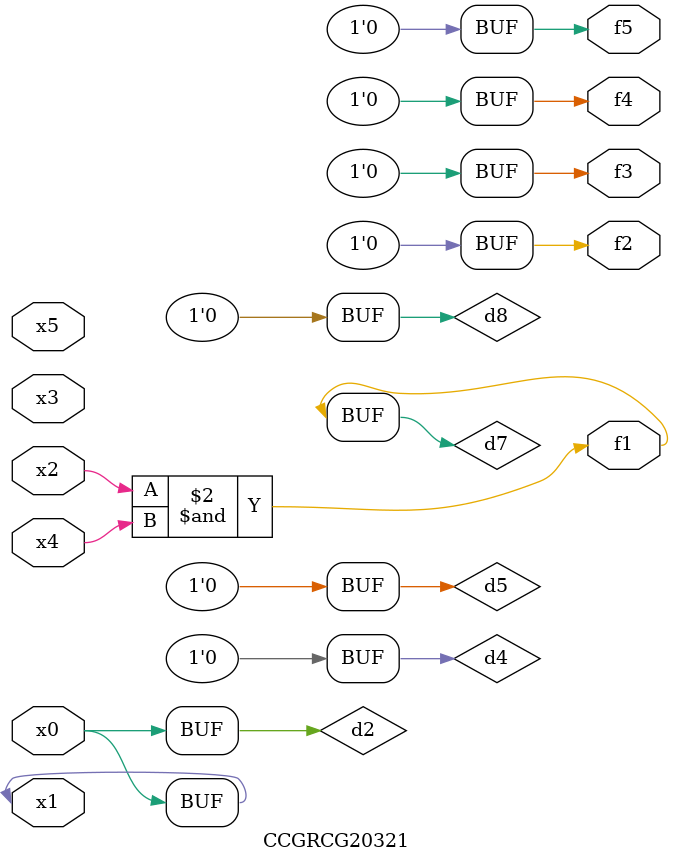
<source format=v>
module CCGRCG20321(
	input x0, x1, x2, x3, x4, x5,
	output f1, f2, f3, f4, f5
);

	wire d1, d2, d3, d4, d5, d6, d7, d8, d9;

	nand (d1, x1);
	buf (d2, x0, x1);
	nand (d3, x2, x4);
	and (d4, d1, d2);
	and (d5, d1, d2);
	nand (d6, d1, d3);
	not (d7, d3);
	xor (d8, d5);
	nor (d9, d5, d6);
	assign f1 = d7;
	assign f2 = d8;
	assign f3 = d8;
	assign f4 = d8;
	assign f5 = d8;
endmodule

</source>
